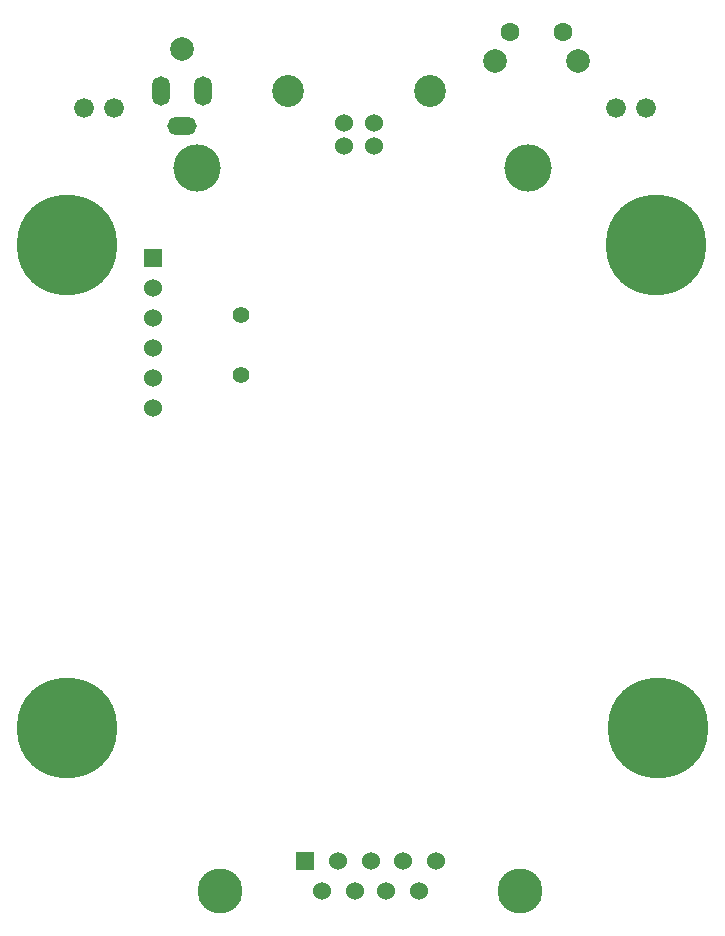
<source format=gbs>
G04 (created by PCBNEW (2013-07-07 BZR 4022)-stable) date 2016-03-28 오후 2:58:30*
%MOIN*%
G04 Gerber Fmt 3.4, Leading zero omitted, Abs format*
%FSLAX34Y34*%
G01*
G70*
G90*
G04 APERTURE LIST*
%ADD10C,0.00590551*%
%ADD11C,0.15748*%
%ADD12C,0.334646*%
%ADD13C,0.06*%
%ADD14C,0.1063*%
%ADD15R,0.06X0.06*%
%ADD16C,0.066*%
%ADD17C,0.056*%
%ADD18C,0.15*%
%ADD19C,0.0787402*%
%ADD20C,0.0629921*%
%ADD21O,0.0590551X0.0984252*%
%ADD22O,0.0984252X0.0590551*%
G04 APERTURE END LIST*
G54D10*
G54D11*
X56811Y-12992D03*
G54D12*
X61141Y-31673D03*
X41456Y-31673D03*
G54D13*
X50681Y-12283D03*
X51681Y-12283D03*
X51681Y-11496D03*
X50681Y-11496D03*
G54D14*
X48819Y-10433D03*
X53543Y-10433D03*
G54D15*
X44291Y-16003D03*
G54D13*
X44291Y-17003D03*
X44291Y-18003D03*
X44291Y-19003D03*
X44291Y-20003D03*
X44291Y-21003D03*
G54D16*
X59736Y-11023D03*
X60736Y-11023D03*
X42019Y-11023D03*
X43019Y-11023D03*
G54D17*
X47244Y-17897D03*
X47244Y-19897D03*
G54D18*
X46524Y-37114D03*
X56524Y-37114D03*
G54D15*
X49374Y-36114D03*
G54D13*
X50474Y-36114D03*
X51574Y-36114D03*
X52624Y-36114D03*
X53724Y-36114D03*
X53174Y-37114D03*
X52074Y-37114D03*
X51024Y-37114D03*
X49924Y-37114D03*
G54D19*
X58464Y-9448D03*
X55708Y-9448D03*
G54D20*
X57972Y-8464D03*
X56200Y-8464D03*
G54D21*
X45964Y-10433D03*
X44586Y-10433D03*
G54D22*
X45275Y-11614D03*
G54D19*
X45275Y-9055D03*
G54D12*
X41456Y-15570D03*
X61062Y-15590D03*
G54D11*
X45787Y-12992D03*
M02*

</source>
